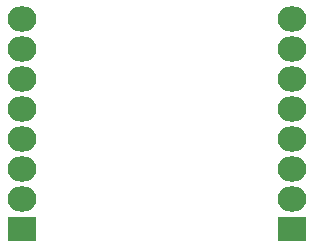
<source format=gbs>
G04 #@! TF.FileFunction,Soldermask,Bot*
%FSLAX46Y46*%
G04 Gerber Fmt 4.6, Leading zero omitted, Abs format (unit mm)*
G04 Created by KiCad (PCBNEW 4.0.5-e0-6337~49~ubuntu16.04.1) date Tue Jan  3 21:15:41 2017*
%MOMM*%
%LPD*%
G01*
G04 APERTURE LIST*
%ADD10C,0.100000*%
%ADD11R,2.432000X2.127200*%
%ADD12O,2.432000X2.127200*%
G04 APERTURE END LIST*
D10*
D11*
X167640000Y-119380000D03*
D12*
X167640000Y-116840000D03*
X167640000Y-114300000D03*
X167640000Y-111760000D03*
X167640000Y-109220000D03*
X167640000Y-106680000D03*
X167640000Y-104140000D03*
X167640000Y-101600000D03*
D11*
X144780000Y-119380000D03*
D12*
X144780000Y-116840000D03*
X144780000Y-114300000D03*
X144780000Y-111760000D03*
X144780000Y-109220000D03*
X144780000Y-106680000D03*
X144780000Y-104140000D03*
X144780000Y-101600000D03*
M02*

</source>
